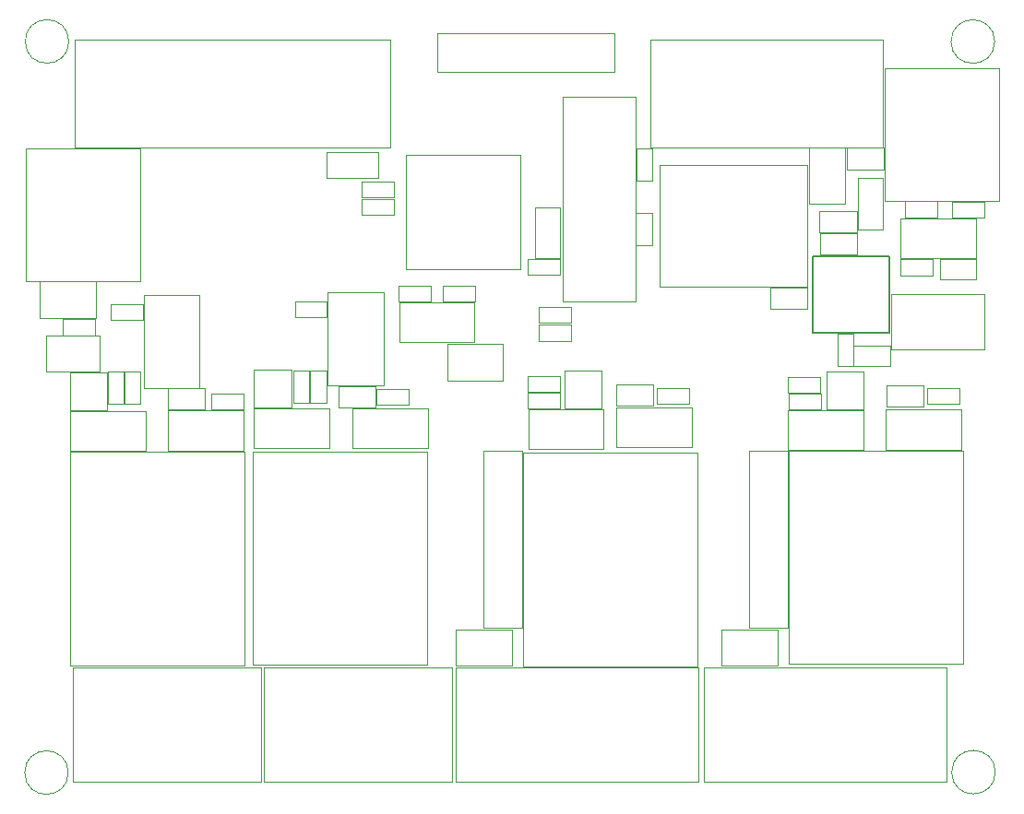
<source format=gbr>
%TF.GenerationSoftware,KiCad,Pcbnew,(5.1.10)-1*%
%TF.CreationDate,2021-12-03T15:52:50+05:30*%
%TF.ProjectId,Relay Board 2.0,52656c61-7920-4426-9f61-726420322e30,rev?*%
%TF.SameCoordinates,Original*%
%TF.FileFunction,Other,User*%
%FSLAX46Y46*%
G04 Gerber Fmt 4.6, Leading zero omitted, Abs format (unit mm)*
G04 Created by KiCad (PCBNEW (5.1.10)-1) date 2021-12-03 15:52:50*
%MOMM*%
%LPD*%
G01*
G04 APERTURE LIST*
%ADD10C,0.050000*%
%ADD11C,0.100000*%
%ADD12C,0.127000*%
G04 APERTURE END LIST*
D10*
%TO.C,D22*%
X176891300Y-66662800D02*
X176891300Y-61962800D01*
X176891300Y-61962800D02*
X179191300Y-61962800D01*
X179191300Y-61962800D02*
X179191300Y-66662800D01*
X176891300Y-66662800D02*
X179191300Y-66662800D01*
%TO.C,C17*%
X107338500Y-76455000D02*
X107338500Y-79755000D01*
X107338500Y-79755000D02*
X102438500Y-79755000D01*
X102438500Y-79755000D02*
X102438500Y-76455000D01*
X102438500Y-76455000D02*
X107338500Y-76455000D01*
%TO.C,D8*%
X132629700Y-83004700D02*
X129269700Y-83004700D01*
X132629700Y-81104700D02*
X132629700Y-83004700D01*
X129269700Y-81104700D02*
X132629700Y-81104700D01*
X129269700Y-83004700D02*
X129269700Y-81104700D01*
%TO.C,R13*%
X175025300Y-79229400D02*
X175025300Y-76269400D01*
X176485300Y-79229400D02*
X175025300Y-79229400D01*
X176485300Y-76269400D02*
X176485300Y-79229400D01*
X175025300Y-76269400D02*
X176485300Y-76269400D01*
%TO.C,H4*%
X104440000Y-116570000D02*
G75*
G03*
X104440000Y-116570000I-2000000J0D01*
G01*
%TO.C,H3*%
X189520000Y-116530000D02*
G75*
G03*
X189520000Y-116530000I-2000000J0D01*
G01*
%TO.C,H2*%
X189460000Y-49430000D02*
G75*
G03*
X189460000Y-49430000I-2000000J0D01*
G01*
%TO.C,H1*%
X104490000Y-49420000D02*
G75*
G03*
X104490000Y-49420000I-2000000J0D01*
G01*
%TO.C,C12*%
X172270000Y-72030000D02*
X172270000Y-73990000D01*
X172270000Y-73990000D02*
X168870000Y-73990000D01*
X168870000Y-73990000D02*
X168870000Y-72030000D01*
X168870000Y-72030000D02*
X172270000Y-72030000D01*
%TO.C,C8*%
X176794900Y-65009200D02*
X176794900Y-66969200D01*
X176794900Y-66969200D02*
X173394900Y-66969200D01*
X173394900Y-66969200D02*
X173394900Y-65009200D01*
X173394900Y-65009200D02*
X176794900Y-65009200D01*
%TO.C,C7*%
X176807600Y-67041200D02*
X176807600Y-69001200D01*
X176807600Y-69001200D02*
X173407600Y-69001200D01*
X173407600Y-69001200D02*
X173407600Y-67041200D01*
X173407600Y-67041200D02*
X176807600Y-67041200D01*
%TO.C,K3*%
X121360000Y-106700000D02*
X121360000Y-87100000D01*
X137360000Y-106700000D02*
X121360000Y-106700000D01*
X137360000Y-87100000D02*
X137360000Y-106700000D01*
X121360000Y-87100000D02*
X137360000Y-87100000D01*
%TO.C,J11*%
X179200000Y-59120000D02*
X179200000Y-49220000D01*
X157840000Y-59120000D02*
X179200000Y-59120000D01*
X157840000Y-49220000D02*
X157840000Y-59120000D01*
X179200000Y-49220000D02*
X157840000Y-49220000D01*
%TO.C,C14*%
X141750000Y-73290000D02*
X138790000Y-73290000D01*
X141750000Y-71830000D02*
X141750000Y-73290000D01*
X138790000Y-71830000D02*
X141750000Y-71830000D01*
X138790000Y-73290000D02*
X138790000Y-71830000D01*
%TO.C,J10*%
X138289600Y-48630000D02*
X138289600Y-52230000D01*
X154589600Y-48630000D02*
X138289600Y-48630000D01*
X154589600Y-52230000D02*
X154589600Y-48630000D01*
X138289600Y-52230000D02*
X154589600Y-52230000D01*
D11*
%TO.C,J5*%
X104860000Y-117400000D02*
X104860000Y-106900000D01*
X122100000Y-117400000D02*
X104860000Y-117400000D01*
X122100000Y-106900000D02*
X122100000Y-117400000D01*
X104860000Y-106900000D02*
X122100000Y-106900000D01*
%TO.C,J4*%
X122410000Y-117400000D02*
X122410000Y-106900000D01*
X139650000Y-117400000D02*
X122410000Y-117400000D01*
X139650000Y-106900000D02*
X139650000Y-117400000D01*
X122410000Y-106900000D02*
X139650000Y-106900000D01*
%TO.C,Y1*%
X156520000Y-73280000D02*
X149820000Y-73280000D01*
X156520000Y-54530000D02*
X156520000Y-73280000D01*
X149820000Y-54530000D02*
X156520000Y-54530000D01*
X149820000Y-73280000D02*
X149820000Y-54530000D01*
D10*
%TO.C,U3*%
X188515000Y-72610000D02*
X188515000Y-77710000D01*
X179965000Y-72610000D02*
X188515000Y-72610000D01*
X179965000Y-77710000D02*
X179965000Y-72610000D01*
X188515000Y-77710000D02*
X179965000Y-77710000D01*
%TO.C,U2*%
X111370000Y-72675000D02*
X116470000Y-72675000D01*
X111370000Y-81225000D02*
X111370000Y-72675000D01*
X116470000Y-81225000D02*
X111370000Y-81225000D01*
X116470000Y-72675000D02*
X116470000Y-81225000D01*
%TO.C,U1*%
X128270000Y-72496500D02*
X133370000Y-72496500D01*
X128270000Y-81046500D02*
X128270000Y-72496500D01*
X133370000Y-81046500D02*
X128270000Y-81046500D01*
X133370000Y-72496500D02*
X133370000Y-81046500D01*
%TO.C,RT1*%
X179318000Y-61153000D02*
X179318000Y-59187000D01*
X175902000Y-61153000D02*
X175902000Y-59187000D01*
X175902000Y-59187000D02*
X179318000Y-59187000D01*
X175902000Y-61153000D02*
X179318000Y-61153000D01*
%TO.C,R16*%
X137750000Y-73290000D02*
X134790000Y-73290000D01*
X137750000Y-71830000D02*
X137750000Y-73290000D01*
X134790000Y-71830000D02*
X137750000Y-71830000D01*
X134790000Y-73290000D02*
X134790000Y-71830000D01*
%TO.C,R15*%
X150570000Y-76900000D02*
X147610000Y-76900000D01*
X150570000Y-75440000D02*
X150570000Y-76900000D01*
X147610000Y-75440000D02*
X150570000Y-75440000D01*
X147610000Y-76900000D02*
X147610000Y-75440000D01*
%TO.C,R14*%
X147600000Y-73820000D02*
X150560000Y-73820000D01*
X147600000Y-75280000D02*
X147600000Y-73820000D01*
X150560000Y-75280000D02*
X147600000Y-75280000D01*
X150560000Y-73820000D02*
X150560000Y-75280000D01*
%TO.C,R12*%
X120510000Y-83240000D02*
X117550000Y-83240000D01*
X120510000Y-81780000D02*
X120510000Y-83240000D01*
X117550000Y-81780000D02*
X120510000Y-81780000D01*
X117550000Y-83240000D02*
X117550000Y-81780000D01*
%TO.C,R11*%
X135668200Y-82772000D02*
X132708200Y-82772000D01*
X135668200Y-81312000D02*
X135668200Y-82772000D01*
X132708200Y-81312000D02*
X135668200Y-81312000D01*
X132708200Y-82772000D02*
X132708200Y-81312000D01*
%TO.C,R10*%
X111040000Y-79774600D02*
X111040000Y-82734600D01*
X109580000Y-79774600D02*
X111040000Y-79774600D01*
X109580000Y-82734600D02*
X109580000Y-79774600D01*
X111040000Y-82734600D02*
X109580000Y-82734600D01*
%TO.C,R9*%
X128110000Y-79640000D02*
X128110000Y-82600000D01*
X126650000Y-79640000D02*
X128110000Y-79640000D01*
X126650000Y-82600000D02*
X126650000Y-79640000D01*
X128110000Y-82600000D02*
X126650000Y-82600000D01*
%TO.C,R8*%
X181260000Y-64110000D02*
X184220000Y-64110000D01*
X181260000Y-65570000D02*
X181260000Y-64110000D01*
X184220000Y-65570000D02*
X181260000Y-65570000D01*
X184220000Y-64110000D02*
X184220000Y-65570000D01*
%TO.C,R7*%
X188550000Y-65580000D02*
X185590000Y-65580000D01*
X188550000Y-64120000D02*
X188550000Y-65580000D01*
X185590000Y-64120000D02*
X188550000Y-64120000D01*
X185590000Y-65580000D02*
X185590000Y-64120000D01*
%TO.C,R6*%
X186250000Y-82690000D02*
X183290000Y-82690000D01*
X186250000Y-81230000D02*
X186250000Y-82690000D01*
X183290000Y-81230000D02*
X186250000Y-81230000D01*
X183290000Y-82690000D02*
X183290000Y-81230000D01*
%TO.C,R5*%
X161440000Y-82690000D02*
X158480000Y-82690000D01*
X161440000Y-81230000D02*
X161440000Y-82690000D01*
X158480000Y-81230000D02*
X161440000Y-81230000D01*
X158480000Y-82690000D02*
X158480000Y-81230000D01*
%TO.C,R4*%
X173480000Y-81670000D02*
X170520000Y-81670000D01*
X173480000Y-80210000D02*
X173480000Y-81670000D01*
X170520000Y-80210000D02*
X173480000Y-80210000D01*
X170520000Y-81670000D02*
X170520000Y-80210000D01*
%TO.C,R3*%
X149560000Y-81580000D02*
X146600000Y-81580000D01*
X149560000Y-80120000D02*
X149560000Y-81580000D01*
X146600000Y-80120000D02*
X149560000Y-80120000D01*
X146600000Y-81580000D02*
X146600000Y-80120000D01*
%TO.C,R2*%
X111309600Y-74986900D02*
X108349600Y-74986900D01*
X111309600Y-73526900D02*
X111309600Y-74986900D01*
X108349600Y-73526900D02*
X111309600Y-73526900D01*
X108349600Y-74986900D02*
X108349600Y-73526900D01*
%TO.C,R1*%
X128187900Y-74732900D02*
X125227900Y-74732900D01*
X128187900Y-73272900D02*
X128187900Y-74732900D01*
X125227900Y-73272900D02*
X128187900Y-73272900D01*
X125227900Y-74732900D02*
X125227900Y-73272900D01*
%TO.C,Q4*%
X104590000Y-83284000D02*
X104590000Y-79784000D01*
X107990000Y-83284000D02*
X104590000Y-83284000D01*
X107990000Y-79784000D02*
X107990000Y-83284000D01*
X104590000Y-79784000D02*
X107990000Y-79784000D01*
%TO.C,Q3*%
X121500000Y-83060000D02*
X121500000Y-79560000D01*
X124900000Y-83060000D02*
X121500000Y-83060000D01*
X124900000Y-79560000D02*
X124900000Y-83060000D01*
X121500000Y-79560000D02*
X124900000Y-79560000D01*
%TO.C,Q2*%
X174010000Y-83210000D02*
X174010000Y-79710000D01*
X177410000Y-83210000D02*
X174010000Y-83210000D01*
X177410000Y-79710000D02*
X177410000Y-83210000D01*
X174010000Y-79710000D02*
X177410000Y-79710000D01*
%TO.C,Q1*%
X149970000Y-83140000D02*
X149970000Y-79640000D01*
X153370000Y-83140000D02*
X149970000Y-83140000D01*
X153370000Y-79640000D02*
X153370000Y-83140000D01*
X149970000Y-79640000D02*
X153370000Y-79640000D01*
D11*
%TO.C,PS1*%
X172290000Y-60765000D02*
X172290000Y-71915000D01*
X158690000Y-60765000D02*
X172290000Y-60765000D01*
X158690000Y-71915000D02*
X158690000Y-60765000D01*
X172290000Y-71915000D02*
X158690000Y-71915000D01*
D10*
%TO.C,L2*%
X132880600Y-61960000D02*
X128180600Y-61960000D01*
X132880600Y-59560000D02*
X132880600Y-61960000D01*
X128180600Y-59560000D02*
X132880600Y-59560000D01*
X128180600Y-61960000D02*
X128180600Y-59560000D01*
D12*
%TO.C,L1*%
X172788700Y-76156700D02*
X179788700Y-76156700D01*
X172788700Y-69156700D02*
X172788700Y-76156700D01*
X179788700Y-69156700D02*
X172788700Y-69156700D01*
X179788700Y-76156700D02*
X179788700Y-69156700D01*
D10*
%TO.C,K4*%
X104600000Y-106720000D02*
X104600000Y-87120000D01*
X120600000Y-106720000D02*
X104600000Y-106720000D01*
X120600000Y-87120000D02*
X120600000Y-106720000D01*
X104600000Y-87120000D02*
X120600000Y-87120000D01*
%TO.C,K2*%
X170600000Y-106610000D02*
X170600000Y-87010000D01*
X186600000Y-106610000D02*
X170600000Y-106610000D01*
X186600000Y-87010000D02*
X186600000Y-106610000D01*
X170600000Y-87010000D02*
X186600000Y-87010000D01*
%TO.C,K1*%
X146200000Y-106800000D02*
X146200000Y-87200000D01*
X162200000Y-106800000D02*
X146200000Y-106800000D01*
X162200000Y-87200000D02*
X162200000Y-106800000D01*
X146200000Y-87200000D02*
X162200000Y-87200000D01*
%TO.C,J9*%
X166900000Y-103300000D02*
X170500000Y-103300000D01*
X166900000Y-87000000D02*
X166900000Y-103300000D01*
X170500000Y-87000000D02*
X166900000Y-87000000D01*
X170500000Y-103300000D02*
X170500000Y-87000000D01*
%TO.C,J8*%
X142500000Y-103300000D02*
X146100000Y-103300000D01*
X142500000Y-87000000D02*
X142500000Y-103300000D01*
X146100000Y-87000000D02*
X142500000Y-87000000D01*
X146100000Y-103300000D02*
X146100000Y-87000000D01*
%TO.C,J7*%
X134000000Y-59120000D02*
X134000000Y-49220000D01*
X105020000Y-59120000D02*
X134000000Y-59120000D01*
X105020000Y-49220000D02*
X105020000Y-59120000D01*
X134000000Y-49220000D02*
X105020000Y-49220000D01*
D11*
%TO.C,J6*%
X100580000Y-59248800D02*
X111080000Y-59248800D01*
X100580000Y-71408800D02*
X100580000Y-59248800D01*
X111080000Y-71408800D02*
X100580000Y-71408800D01*
X111080000Y-59248800D02*
X111080000Y-71408800D01*
%TO.C,J3*%
X162760000Y-117420000D02*
X162760000Y-106920000D01*
X185080000Y-117420000D02*
X162760000Y-117420000D01*
X185080000Y-106920000D02*
X185080000Y-117420000D01*
X162760000Y-106920000D02*
X185080000Y-106920000D01*
%TO.C,J2*%
X139960000Y-117400000D02*
X139960000Y-106900000D01*
X162280000Y-117400000D02*
X139960000Y-117400000D01*
X162280000Y-106900000D02*
X162280000Y-117400000D01*
X139960000Y-106900000D02*
X162280000Y-106900000D01*
%TO.C,J1*%
X179410000Y-51870000D02*
X189910000Y-51870000D01*
X179410000Y-64030000D02*
X179410000Y-51870000D01*
X189910000Y-64030000D02*
X179410000Y-64030000D01*
X189910000Y-51870000D02*
X189910000Y-64030000D01*
D10*
%TO.C,IC1*%
X145950000Y-59850000D02*
X145950000Y-70350000D01*
X135450000Y-59850000D02*
X145950000Y-59850000D01*
X135450000Y-70350000D02*
X135450000Y-59850000D01*
X145950000Y-70350000D02*
X135450000Y-70350000D01*
%TO.C,D21*%
X139258200Y-80542000D02*
X139258200Y-77192000D01*
X144358200Y-80542000D02*
X139258200Y-80542000D01*
X144358200Y-77192000D02*
X144358200Y-80542000D01*
X139258200Y-77192000D02*
X144358200Y-77192000D01*
D11*
%TO.C,D20*%
X134800000Y-77025000D02*
X134800000Y-73375000D01*
X141725000Y-77025000D02*
X134800000Y-77025000D01*
X141725000Y-73375000D02*
X141725000Y-77025000D01*
X134800000Y-73375000D02*
X141725000Y-73375000D01*
D10*
%TO.C,D19*%
X175755000Y-64347800D02*
X172405000Y-64347800D01*
X175755000Y-59197800D02*
X175755000Y-64347800D01*
X172405000Y-59197800D02*
X175755000Y-59197800D01*
X172405000Y-64347800D02*
X172405000Y-59197800D01*
%TO.C,D18*%
X106943600Y-71477000D02*
X106943600Y-74827000D01*
X101793600Y-71477000D02*
X106943600Y-71477000D01*
X101793600Y-74827000D02*
X101793600Y-71477000D01*
X106943600Y-74827000D02*
X101793600Y-74827000D01*
%TO.C,D17*%
X169555000Y-103425000D02*
X169555000Y-106775000D01*
X164405000Y-103425000D02*
X169555000Y-103425000D01*
X164405000Y-106775000D02*
X164405000Y-103425000D01*
X169555000Y-106775000D02*
X164405000Y-106775000D01*
%TO.C,D16*%
X145165000Y-103405000D02*
X145165000Y-106755000D01*
X140015000Y-103405000D02*
X145165000Y-103405000D01*
X140015000Y-106755000D02*
X140015000Y-103405000D01*
X145165000Y-106755000D02*
X140015000Y-106755000D01*
%TO.C,D15*%
X176513700Y-77332800D02*
X179873700Y-77332800D01*
X176513700Y-79232800D02*
X176513700Y-77332800D01*
X179873700Y-79232800D02*
X176513700Y-79232800D01*
X179873700Y-77332800D02*
X179873700Y-79232800D01*
D11*
%TO.C,D14*%
X111548400Y-83366600D02*
X111548400Y-87016600D01*
X104623400Y-83366600D02*
X111548400Y-83366600D01*
X104623400Y-87016600D02*
X104623400Y-83366600D01*
X111548400Y-87016600D02*
X104623400Y-87016600D01*
%TO.C,D13*%
X120540000Y-83325000D02*
X120540000Y-86975000D01*
X113615000Y-83325000D02*
X120540000Y-83325000D01*
X113615000Y-86975000D02*
X113615000Y-83325000D01*
X120540000Y-86975000D02*
X113615000Y-86975000D01*
%TO.C,D12*%
X128400000Y-83155000D02*
X128400000Y-86805000D01*
X121475000Y-83155000D02*
X128400000Y-83155000D01*
X121475000Y-86805000D02*
X121475000Y-83155000D01*
X128400000Y-86805000D02*
X121475000Y-86805000D01*
%TO.C,D11*%
X137460000Y-83145000D02*
X137460000Y-86795000D01*
X130535000Y-83145000D02*
X137460000Y-83145000D01*
X130535000Y-86795000D02*
X130535000Y-83145000D01*
X137460000Y-86795000D02*
X130535000Y-86795000D01*
D10*
%TO.C,D10*%
X184420000Y-69410000D02*
X187780000Y-69410000D01*
X184420000Y-71310000D02*
X184420000Y-69410000D01*
X187780000Y-71310000D02*
X184420000Y-71310000D01*
X187780000Y-69410000D02*
X187780000Y-71310000D01*
%TO.C,D9*%
X116960000Y-83200000D02*
X113600000Y-83200000D01*
X116960000Y-81300000D02*
X116960000Y-83200000D01*
X113600000Y-81300000D02*
X116960000Y-81300000D01*
X113600000Y-83200000D02*
X113600000Y-81300000D01*
D11*
%TO.C,D7*%
X177430000Y-83305000D02*
X177430000Y-86955000D01*
X170505000Y-83305000D02*
X177430000Y-83305000D01*
X170505000Y-86955000D02*
X170505000Y-83305000D01*
X177430000Y-86955000D02*
X170505000Y-86955000D01*
%TO.C,D6*%
X186390000Y-83245000D02*
X186390000Y-86895000D01*
X179465000Y-83245000D02*
X186390000Y-83245000D01*
X179465000Y-86895000D02*
X179465000Y-83245000D01*
X186390000Y-86895000D02*
X179465000Y-86895000D01*
%TO.C,D5*%
X153580000Y-83235000D02*
X153580000Y-86885000D01*
X146655000Y-83235000D02*
X153580000Y-83235000D01*
X146655000Y-86885000D02*
X146655000Y-83235000D01*
X153580000Y-86885000D02*
X146655000Y-86885000D01*
%TO.C,D4*%
X161690000Y-83025000D02*
X161690000Y-86675000D01*
X154765000Y-83025000D02*
X161690000Y-83025000D01*
X154765000Y-86675000D02*
X154765000Y-83025000D01*
X161690000Y-86675000D02*
X154765000Y-86675000D01*
%TO.C,D3*%
X187750000Y-65675000D02*
X187750000Y-69325000D01*
X180825000Y-65675000D02*
X187750000Y-65675000D01*
X180825000Y-69325000D02*
X180825000Y-65675000D01*
X187750000Y-69325000D02*
X180825000Y-69325000D01*
D10*
%TO.C,D2*%
X182930000Y-82930000D02*
X179570000Y-82930000D01*
X182930000Y-81030000D02*
X182930000Y-82930000D01*
X179570000Y-81030000D02*
X182930000Y-81030000D01*
X179570000Y-82930000D02*
X179570000Y-81030000D01*
%TO.C,D1*%
X158080000Y-82850000D02*
X154720000Y-82850000D01*
X158080000Y-80950000D02*
X158080000Y-82850000D01*
X154720000Y-80950000D02*
X158080000Y-80950000D01*
X154720000Y-82850000D02*
X154720000Y-80950000D01*
%TO.C,C16*%
X131385000Y-62300000D02*
X134345000Y-62300000D01*
X131385000Y-63760000D02*
X131385000Y-62300000D01*
X134345000Y-63760000D02*
X131385000Y-63760000D01*
X134345000Y-62300000D02*
X134345000Y-63760000D01*
%TO.C,C15*%
X134345000Y-65330000D02*
X131385000Y-65330000D01*
X134345000Y-63870000D02*
X134345000Y-65330000D01*
X131385000Y-63870000D02*
X134345000Y-63870000D01*
X131385000Y-65330000D02*
X131385000Y-63870000D01*
%TO.C,C13*%
X147280000Y-69280000D02*
X147280000Y-64680000D01*
X149580000Y-69280000D02*
X147280000Y-69280000D01*
X149580000Y-64680000D02*
X149580000Y-69280000D01*
X147280000Y-64680000D02*
X149580000Y-64680000D01*
%TO.C,C11*%
X149590000Y-70840000D02*
X146630000Y-70840000D01*
X149590000Y-69380000D02*
X149590000Y-70840000D01*
X146630000Y-69380000D02*
X149590000Y-69380000D01*
X146630000Y-70840000D02*
X146630000Y-69380000D01*
%TO.C,C10*%
X156560000Y-62220000D02*
X156560000Y-59260000D01*
X158020000Y-62220000D02*
X156560000Y-62220000D01*
X158020000Y-59260000D02*
X158020000Y-62220000D01*
X156560000Y-59260000D02*
X158020000Y-59260000D01*
%TO.C,C9*%
X158010000Y-65140000D02*
X158010000Y-68100000D01*
X156550000Y-65140000D02*
X158010000Y-65140000D01*
X156550000Y-68100000D02*
X156550000Y-65140000D01*
X158010000Y-68100000D02*
X156550000Y-68100000D01*
%TO.C,C6*%
X103955400Y-74936600D02*
X106915400Y-74936600D01*
X103955400Y-76396600D02*
X103955400Y-74936600D01*
X106915400Y-76396600D02*
X103955400Y-76396600D01*
X106915400Y-74936600D02*
X106915400Y-76396600D01*
%TO.C,C5*%
X180820000Y-69430000D02*
X183780000Y-69430000D01*
X180820000Y-70890000D02*
X180820000Y-69430000D01*
X183780000Y-70890000D02*
X180820000Y-70890000D01*
X183780000Y-69430000D02*
X183780000Y-70890000D01*
%TO.C,C4*%
X108058200Y-82734600D02*
X108058200Y-79774600D01*
X109518200Y-82734600D02*
X108058200Y-82734600D01*
X109518200Y-79774600D02*
X109518200Y-82734600D01*
X108058200Y-79774600D02*
X109518200Y-79774600D01*
%TO.C,C3*%
X125090000Y-82600000D02*
X125090000Y-79640000D01*
X126550000Y-82600000D02*
X125090000Y-82600000D01*
X126550000Y-79640000D02*
X126550000Y-82600000D01*
X125090000Y-79640000D02*
X126550000Y-79640000D01*
%TO.C,C2*%
X173488800Y-83203800D02*
X170528800Y-83203800D01*
X173488800Y-81743800D02*
X173488800Y-83203800D01*
X170528800Y-81743800D02*
X173488800Y-81743800D01*
X170528800Y-83203800D02*
X170528800Y-81743800D01*
%TO.C,C1*%
X146610000Y-81690000D02*
X149570000Y-81690000D01*
X146610000Y-83150000D02*
X146610000Y-81690000D01*
X149570000Y-83150000D02*
X146610000Y-83150000D01*
X149570000Y-81690000D02*
X149570000Y-83150000D01*
%TD*%
M02*

</source>
